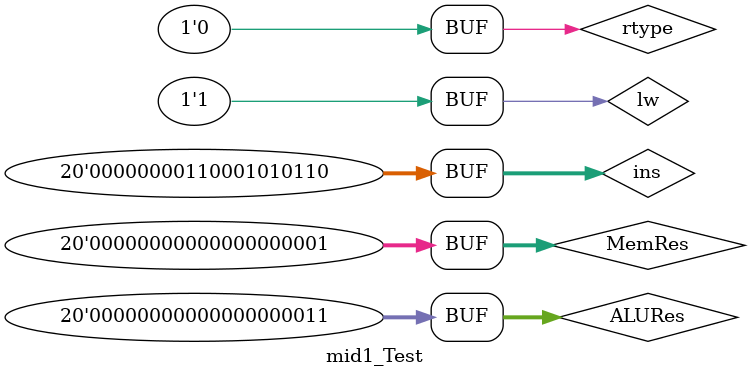
<source format=v>
`timescale 1ns / 1ps


module mid1_Test;

	// Inputs
	reg rtype;
	reg lw;
	reg [19:0] ins;
	reg [19:0] ALURes;
	reg [19:0] MemRes;

	// Outputs
	wire [3:0] Dest;
	wire [19:0] WBData;
	wire RW;

	// Instantiate the Unit Under Test (UUT)
	mid1 uut (
		.rtype(rtype), 
		.lw(lw), 
		.ins(ins), 
		.Dest(Dest), 
		.ALURes(ALURes), 
		.MemRes(MemRes), 
		.WBData(WBData), 
		.RW(RW)
	);

	initial begin
		// Initialize Inputs
		rtype = 1;
		lw = 0;
		ins = 20'b0000110001010110;
		ALURes = 20'b00000000000000000011;
		MemRes = 20'b00000000000000000001;

		// Wait 100 ns for global reset to finish
		#500;
        
		// Add stimulus here
		rtype = 0;
		lw = 1;
		ins = 20'b0000110001010110;
		ALURes = 20'b00000000000000000011;
		MemRes = 20'b00000000000000000001;
		
		#100;

	end
      
endmodule


</source>
